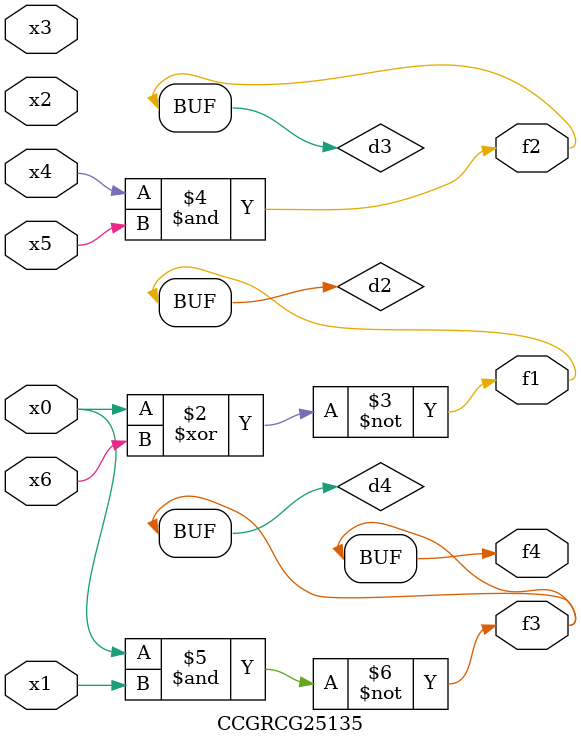
<source format=v>
module CCGRCG25135(
	input x0, x1, x2, x3, x4, x5, x6,
	output f1, f2, f3, f4
);

	wire d1, d2, d3, d4;

	nor (d1, x0);
	xnor (d2, x0, x6);
	and (d3, x4, x5);
	nand (d4, x0, x1);
	assign f1 = d2;
	assign f2 = d3;
	assign f3 = d4;
	assign f4 = d4;
endmodule

</source>
